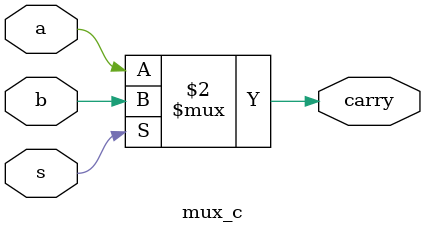
<source format=sv>
module mux_c
(input a,b,s,
output carry);
assign carry = s==1'b1 ? b : a;
endmodule
</source>
